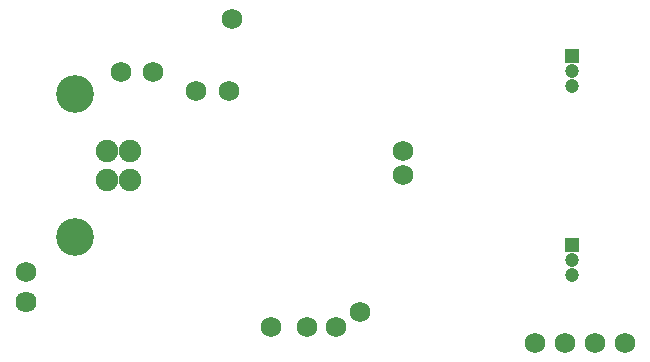
<source format=gbs>
G04*
G04 #@! TF.GenerationSoftware,Altium Limited,Altium Designer,19.1.5 (86)*
G04*
G04 Layer_Color=16711935*
%FSAX24Y24*%
%MOIN*%
G70*
G01*
G75*
%ADD49C,0.0680*%
%ADD50R,0.0474X0.0474*%
%ADD51C,0.0474*%
%ADD52C,0.1261*%
%ADD53C,0.0749*%
%ADD54C,0.0706*%
D49*
X020571Y012283D02*
D03*
X031181Y011752D02*
D03*
X022362Y012778D02*
D03*
X030197Y011752D02*
D03*
X028169D02*
D03*
X029182D02*
D03*
X018100Y022573D02*
D03*
X019390Y012283D02*
D03*
X021555D02*
D03*
X023799Y018169D02*
D03*
Y017350D02*
D03*
X017969Y020152D02*
D03*
X016900D02*
D03*
X015450Y020800D02*
D03*
X014400D02*
D03*
X011220Y014118D02*
D03*
D50*
X029406Y015028D02*
D03*
Y021327D02*
D03*
D51*
Y014028D02*
D03*
Y014528D02*
D03*
Y020327D02*
D03*
Y020827D02*
D03*
D52*
X012835Y020047D02*
D03*
Y015307D02*
D03*
D53*
X013902Y017185D02*
D03*
X014685Y018169D02*
D03*
X013902D02*
D03*
X014685Y017185D02*
D03*
D54*
X011220Y013118D02*
D03*
M02*

</source>
